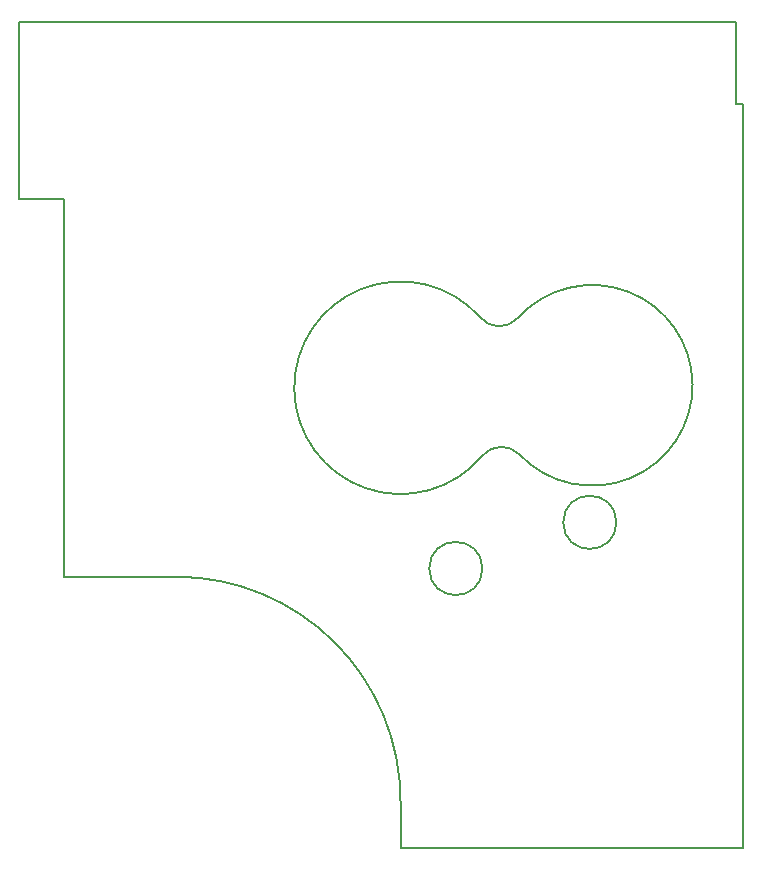
<source format=gbr>
G04 #@! TF.GenerationSoftware,KiCad,Pcbnew,6.0.0+dfsg1-2*
G04 #@! TF.CreationDate,2022-02-08T13:12:28-05:00*
G04 #@! TF.ProjectId,RUSP_Daughterboard,52555350-5f44-4617-9567-68746572626f,rev?*
G04 #@! TF.SameCoordinates,Original*
G04 #@! TF.FileFunction,Profile,NP*
%FSLAX46Y46*%
G04 Gerber Fmt 4.6, Leading zero omitted, Abs format (unit mm)*
G04 Created by KiCad (PCBNEW 6.0.0+dfsg1-2) date 2022-02-08 13:12:28*
%MOMM*%
%LPD*%
G01*
G04 APERTURE LIST*
G04 #@! TA.AperFunction,Profile*
%ADD10C,0.150000*%
G04 #@! TD*
G04 APERTURE END LIST*
D10*
X156695001Y-93985000D02*
G75*
G03*
X159926065Y-94096483I1661999J1291001D01*
G01*
X160068322Y-105648946D02*
G75*
G03*
X159926065Y-94096483I6158678J5852946D01*
G01*
X121500000Y-116000000D02*
X121500000Y-84000000D01*
X121500000Y-84000000D02*
X117700000Y-84000000D01*
X117700000Y-84000000D02*
X117700000Y-69000000D01*
X117700000Y-69000000D02*
X178400000Y-69000000D01*
X121500000Y-116000000D02*
X131000000Y-116000000D01*
X150000000Y-139000000D02*
X150000000Y-135000000D01*
X150000000Y-135000000D02*
G75*
G03*
X131000000Y-116000000I-18999999J1D01*
G01*
X156928000Y-115301000D02*
G75*
G03*
X156928000Y-115301000I-2250000J0D01*
G01*
X168274000Y-111394000D02*
G75*
G03*
X168274000Y-111394000I-2250000J0D01*
G01*
X156695000Y-93985000D02*
G75*
G03*
X156920113Y-105754588I-6695000J-6015000D01*
G01*
X160065881Y-105651267D02*
G75*
G03*
X156921397Y-105755655I-1525881J-1448733D01*
G01*
X179000000Y-76000000D02*
X179000000Y-139000000D01*
X179000000Y-139000000D02*
X150000000Y-139000000D01*
X178400000Y-76000000D02*
X178400000Y-69000000D01*
X179000000Y-76000000D02*
X178400000Y-76000000D01*
M02*

</source>
